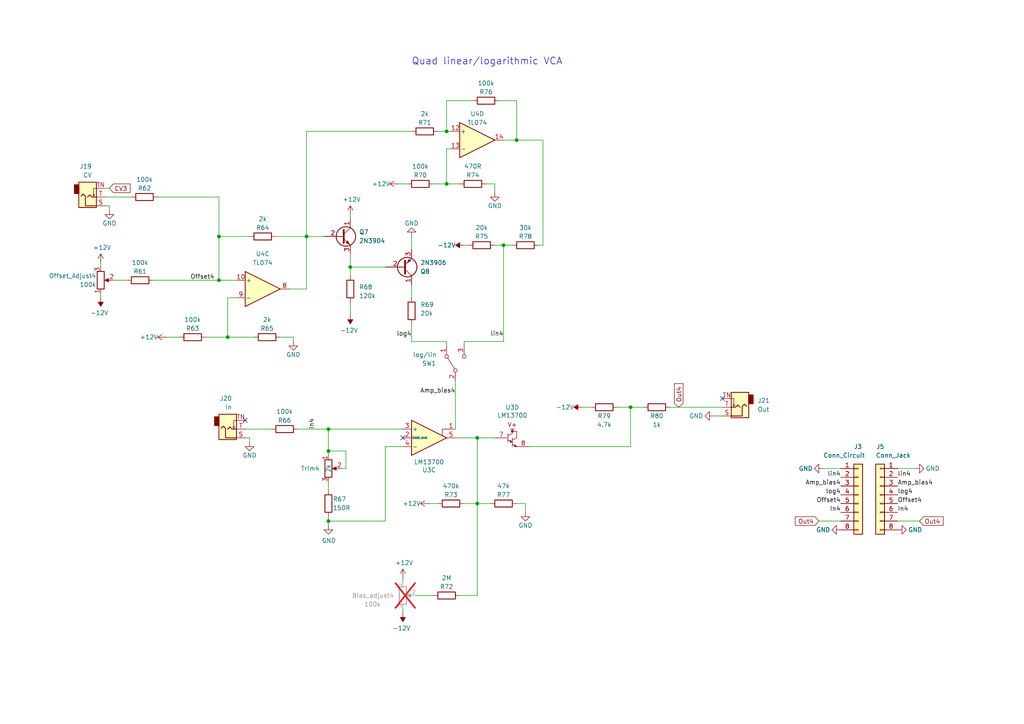
<source format=kicad_sch>
(kicad_sch (version 20231120) (generator "eeschema") (generator_version "8.0")
  (paper "A4")
  (title_block (title "Quad VCA") (date "2025-01-13") (rev "1.0") (company "Bleep Sound"))
  (lib_symbols
    (symbol "Amplifier_Operational:LM13700" (pin_names (offset 0.127))
      (property "Reference" "U" (at 3.81 5.08 0))
      (property "Value" "LM13700" (at 5.08 -5.08 0))
      (symbol "LM13700_1_1"
        (polyline (pts (xy 3.81 -0.635) (xy 3.81 -2.54) (xy 5.08 -2.54)))
        (polyline (pts (xy 5.08 0) (xy -5.08 -5.08) (xy -5.08 5.08) (xy 5.08 0)) (stroke (width 0.254)) (fill (type background)))
        (pin output line (at 7.62 0 180) (length 2.54) (name "~") (number "12"))
        (pin input line (at -7.62 2.54 0) (length 2.54) (name "-") (number "13"))
        (pin input line (at -7.62 -2.54 0) (length 2.54) (name "+") (number "14"))
        (pin input line (at -7.62 0 0) (length 2.54) (name "DIODE_BIAS") (number "15"))
        (pin input line (at 7.62 -2.54 180) (length 2.54) (name "~") (number "16"))
      )
      (symbol "LM13700_2_0"
        (polyline (pts (xy -1.905 2.54) (xy -3.175 2.54)))
      )
      (symbol "LM13700_2_1"
        (circle (center -2.54 1.905) (radius 0.254) (stroke (width 0.254)) (fill (type outline)))
        (polyline (pts (xy -3.81 -0.635) (xy -2.54 -1.27)))
        (polyline (pts (xy -3.81 1.27) (xy -3.81 -1.27)))
        (polyline (pts (xy -2.54 -1.905) (xy -1.27 -2.54)))
        (polyline (pts (xy -2.54 0) (xy -2.54 -2.54)))
        (polyline (pts (xy -3.81 0.635) (xy -2.54 1.27) (xy -2.54 1.905) (xy -2.54 2.54)))
        (polyline (pts (xy -2.54 -1.27) (xy -3.175 -0.635) (xy -3.175 -1.27) (xy -2.54 -1.27)) (fill (type outline)))
        (polyline (pts (xy -2.54 -0.635) (xy -1.27 0) (xy -1.27 1.905) (xy -2.54 1.905)))
        (polyline (pts (xy -1.27 -2.54) (xy -1.905 -1.905) (xy -1.905 -2.54) (xy -1.27 -2.54)) (fill (type outline)))
        (text "V+" (at -2.54 3.81 0) (effects (font (size 1.27 1.27))))
        (pin input line (at -7.62 0 0) (length 3.81) (name "~") (number "10"))
        (pin output line (at 2.54 -2.54 180) (length 3.81) (name "~") (number "9"))
      )
      (symbol "LM13700_3_1"
        (polyline (pts (xy 3.81 -0.635) (xy 3.81 -2.54) (xy 5.08 -2.54)))
        (polyline (pts (xy 5.08 0) (xy -5.08 -5.08) (xy -5.08 5.08) (xy 5.08 0)) (stroke (width 0.254)) (fill (type background)))
        (pin input line (at 7.62 -2.54 180) (length 2.54) (name "~") (number "1"))
        (pin input line (at -7.62 0 0) (length 2.54) (name "DIODE_BIAS") (number "2"))
        (pin input line (at -7.62 -2.54 0) (length 2.54) (name "+") (number "3"))
        (pin input line (at -7.62 2.54 0) (length 2.54) (name "-") (number "4"))
        (pin output line (at 7.62 0 180) (length 2.54) (name "~") (number "5"))
      )
      (symbol "LM13700_4_0"
        (polyline (pts (xy -3.175 2.54) (xy -1.905 2.54)))
        (text "V+" (at -2.54 3.81 0) (effects (font (size 1.27 1.27))))
      )
      (symbol "LM13700_4_1"
        (circle (center -2.54 1.905) (radius 0.254) (stroke (width 0.254)) (fill (type outline)))
        (polyline (pts (xy -3.81 -0.635) (xy -2.54 -1.27)))
        (polyline (pts (xy -3.81 1.27) (xy -3.81 -1.27)))
        (polyline (pts (xy -2.54 -1.905) (xy -1.27 -2.54)))
        (polyline (pts (xy -2.54 0) (xy -2.54 -2.54)))
        (polyline (pts (xy -3.81 0.635) (xy -2.54 1.27) (xy -2.54 2.54)))
        (polyline (pts (xy -2.54 -1.27) (xy -3.175 -0.635) (xy -3.175 -1.27) (xy -2.54 -1.27)) (fill (type outline)))
        (polyline (pts (xy -2.54 -0.635) (xy -1.27 0) (xy -1.27 1.905) (xy -2.54 1.905)))
        (polyline (pts (xy -1.27 -2.54) (xy -1.905 -1.905) (xy -1.905 -2.54) (xy -1.27 -2.54)) (fill (type outline)))
        (pin input line (at -7.62 0 0) (length 3.81) (name "~") (number "7"))
        (pin output line (at 2.54 -2.54 180) (length 3.81) (name "~") (number "8"))
      )
      (symbol "LM13700_5_1"
        (pin power_in line (at -2.54 7.62 270) (length 3.81) (name "V+") (number "11"))
        (pin power_in line (at -2.54 -7.62 90) (length 3.81) (name "V-") (number "6"))
      )
    )
    (symbol "Amplifier_Operational:TL074" (pin_names (offset 0.127))
      (property "Reference" "U" (at 0 5.08 0))
      (property "Value" "TL074" (at 0 -5.08 0))
      (symbol "TL074_1_1"
        (polyline (pts (xy -5.08 5.08) (xy 5.08 0) (xy -5.08 -5.08) (xy -5.08 5.08)) (stroke (width 0.254)) (fill (type background)))
        (pin output line (at 7.62 0 180) (length 2.54) (name "~") (number "1"))
        (pin input line (at -7.62 -2.54 0) (length 2.54) (name "-") (number "2"))
        (pin input line (at -7.62 2.54 0) (length 2.54) (name "+") (number "3"))
      )
      (symbol "TL074_2_1"
        (polyline (pts (xy -5.08 5.08) (xy 5.08 0) (xy -5.08 -5.08) (xy -5.08 5.08)) (stroke (width 0.254)) (fill (type background)))
        (pin input line (at -7.62 2.54 0) (length 2.54) (name "+") (number "5"))
        (pin input line (at -7.62 -2.54 0) (length 2.54) (name "-") (number "6"))
        (pin output line (at 7.62 0 180) (length 2.54) (name "~") (number "7"))
      )
      (symbol "TL074_3_1"
        (polyline (pts (xy -5.08 5.08) (xy 5.08 0) (xy -5.08 -5.08) (xy -5.08 5.08)) (stroke (width 0.254)) (fill (type background)))
        (pin input line (at -7.62 2.54 0) (length 2.54) (name "+") (number "10"))
        (pin output line (at 7.62 0 180) (length 2.54) (name "~") (number "8"))
        (pin input line (at -7.62 -2.54 0) (length 2.54) (name "-") (number "9"))
      )
      (symbol "TL074_4_1"
        (polyline (pts (xy -5.08 5.08) (xy 5.08 0) (xy -5.08 -5.08) (xy -5.08 5.08)) (stroke (width 0.254)) (fill (type background)))
        (pin input line (at -7.62 2.54 0) (length 2.54) (name "+") (number "12"))
        (pin input line (at -7.62 -2.54 0) (length 2.54) (name "-") (number "13"))
        (pin output line (at 7.62 0 180) (length 2.54) (name "~") (number "14"))
      )
      (symbol "TL074_5_1"
        (pin power_in line (at -2.54 -7.62 90) (length 3.81) (name "V-") (number "11"))
        (pin power_in line (at -2.54 7.62 270) (length 3.81) (name "V+") (number "4"))
      )
    )
    (symbol "Connector_Generic:Conn_01x08" (pin_names (offset 1.016) hide)
      (property "Reference" "J" (at 0 10.16 0))
      (property "Value" "Conn_01x08" (at 0 -12.7 0))
      (symbol "Conn_01x08_1_1"
        (rectangle (start -1.27 -10.033) (end 0 -10.287) (stroke (width 0.1524)))
        (rectangle (start -1.27 -7.493) (end 0 -7.747) (stroke (width 0.1524)))
        (rectangle (start -1.27 -4.953) (end 0 -5.207) (stroke (width 0.1524)))
        (rectangle (start -1.27 -2.413) (end 0 -2.667) (stroke (width 0.1524)))
        (rectangle (start -1.27 0.127) (end 0 -0.127) (stroke (width 0.1524)))
        (rectangle (start -1.27 2.667) (end 0 2.413) (stroke (width 0.1524)))
        (rectangle (start -1.27 5.207) (end 0 4.953) (stroke (width 0.1524)))
        (rectangle (start -1.27 7.747) (end 0 7.493) (stroke (width 0.1524)))
        (rectangle (start -1.27 8.89) (end 1.27 -11.43) (stroke (width 0.254)) (fill (type background)))
        (pin passive line (at -5.08 7.62 0) (length 3.81) (name "Pin_1") (number "1"))
        (pin passive line (at -5.08 5.08 0) (length 3.81) (name "Pin_2") (number "2"))
        (pin passive line (at -5.08 2.54 0) (length 3.81) (name "Pin_3") (number "3"))
        (pin passive line (at -5.08 0 0) (length 3.81) (name "Pin_4") (number "4"))
        (pin passive line (at -5.08 -2.54 0) (length 3.81) (name "Pin_5") (number "5"))
        (pin passive line (at -5.08 -5.08 0) (length 3.81) (name "Pin_6") (number "6"))
        (pin passive line (at -5.08 -7.62 0) (length 3.81) (name "Pin_7") (number "7"))
        (pin passive line (at -5.08 -10.16 0) (length 3.81) (name "Pin_8") (number "8"))
      )
    )
    (symbol "Device:R" (pin_numbers hide) (pin_names (offset 0))
      (property "Reference" "R" (at 2.032 0 90))
      (property "Value" "R" (at 0 0 90))
      (symbol "R_0_1"
        (rectangle (start -1.016 -2.54) (end 1.016 2.54) (stroke (width 0.254)))
      )
      (symbol "R_1_1"
        (pin passive line (at 0 3.81 270) (length 1.27) (name "~") (number "1"))
        (pin passive line (at 0 -3.81 90) (length 1.27) (name "~") (number "2"))
      )
    )
    (symbol "Device:R_POT" (pin_names (offset 1.016) hide)
      (property "Reference" "RV" (at -4.445 0 90))
      (property "Value" "Device_R_POT" (at -2.54 0 90))
      (symbol "R_POT_0_1"
        (polyline (pts (xy 2.54 0) (xy 1.524 0)))
        (polyline (pts (xy 1.143 0) (xy 2.286 0.508) (xy 2.286 -0.508) (xy 1.143 0)) (fill (type outline)))
        (rectangle (start 1.016 2.54) (end -1.016 -2.54) (stroke (width 0.254)))
      )
      (symbol "R_POT_1_1"
        (pin passive line (at 0 3.81 270) (length 1.27) (name "1") (number "1"))
        (pin passive line (at 3.81 0 180) (length 1.27) (name "2") (number "2"))
        (pin passive line (at 0 -3.81 90) (length 1.27) (name "3") (number "3"))
      )
    )
    (symbol "Kicad-perso:AudioJack_Switch"
      (property "Reference" "J2" (at 0.508 8.636 0))
      (property "Value" "Out1" (at 0.508 6.35 0))
      (symbol "AudioJack_Switch_0_1"
        (rectangle (start -3.81 2.286) (end -2.54 -0.254) (stroke (width 0.254)) (fill (type outline)))
        (rectangle (start -2.54 3.048) (end 2.54 -4.318) (stroke (width 0.254)) (fill (type background)))
      )
      (symbol "AudioJack_Switch_1_1"
        (polyline (pts (xy 1.778 -1.016) (xy 2.032 -0.508)))
        (polyline (pts (xy 0 -1.27) (xy 0.635 -0.635) (xy 1.27 -1.27) (xy 2.54 -1.27)) (stroke (width 0.254)))
        (polyline (pts (xy 2.54 1.27) (xy 1.778 1.27) (xy 1.778 -1.016) (xy 1.524 -0.508)))
        (polyline (pts (xy 2.54 -3.81) (xy -0.635 -3.81) (xy -0.635 -1.016) (xy -1.27 -0.381) (xy -1.905 -1.016)) (stroke (width 0.254)))
        (pin passive line (at 5.08 -3.81 180) (length 2.54) (name "~") (number "S"))
        (pin passive line (at 5.08 -1.27 180) (length 2.54) (name "~") (number "T"))
        (pin passive line (at 5.08 1.27 180) (length 2.54) (name "~") (number "TN"))
      )
    )
    (symbol "Switch:SW_SPDT" (pin_names (offset 0) hide)
      (property "Reference" "SW" (at 0 4.318 0))
      (property "Value" "SW_SPDT" (at 0 -5.08 0))
      (symbol "SW_SPDT_0_0"
        (circle (center -2.032 0) (radius 0.508))
        (circle (center 2.032 -2.54) (radius 0.508))
      )
      (symbol "SW_SPDT_0_1"
        (polyline (pts (xy -1.524 0.254) (xy 1.651 2.286)))
        (circle (center 2.032 2.54) (radius 0.508))
      )
      (symbol "SW_SPDT_1_1"
        (pin passive line (at 5.08 2.54 180) (length 2.54) (name "A") (number "1"))
        (pin passive line (at -5.08 0 0) (length 2.54) (name "B") (number "2"))
        (pin passive line (at 5.08 -2.54 180) (length 2.54) (name "C") (number "3"))
      )
    )
    (symbol "Transistor_BJT:BC548" (pin_names (offset 0) hide)
      (property "Reference" "Q" (at 5.08 1.905 0))
      (property "Value" "BC548" (at 5.08 0 0))
      (symbol "BC548_0_1"
        (polyline (pts (xy 0 0) (xy 0.635 0)))
        (polyline (pts (xy 0.635 0.635) (xy 2.54 2.54)))
        (polyline (pts (xy 0.635 -0.635) (xy 2.54 -2.54) (xy 2.54 -2.54)))
        (polyline (pts (xy 0.635 1.905) (xy 0.635 -1.905) (xy 0.635 -1.905)) (stroke (width 0.508)))
        (polyline (pts (xy 1.27 -1.778) (xy 1.778 -1.27) (xy 2.286 -2.286) (xy 1.27 -1.778) (xy 1.27 -1.778)) (fill (type outline)))
        (circle (center 1.27 0) (radius 2.8194) (stroke (width 0.254)))
      )
      (symbol "BC548_1_1"
        (pin passive line (at 2.54 5.08 270) (length 2.54) (name "C") (number "1"))
        (pin input line (at -5.08 0 0) (length 5.08) (name "B") (number "2"))
        (pin passive line (at 2.54 -5.08 90) (length 2.54) (name "E") (number "3"))
      )
    )
    (symbol "Transistor_BJT:BC558" (pin_names (offset 0) hide)
      (property "Reference" "Q" (at 5.08 1.905 0))
      (property "Value" "BC558" (at 5.08 0 0))
      (symbol "BC558_0_1"
        (polyline (pts (xy 0.635 0.635) (xy 2.54 2.54)))
        (polyline (pts (xy 0.635 -0.635) (xy 2.54 -2.54) (xy 2.54 -2.54)))
        (polyline (pts (xy 0.635 1.905) (xy 0.635 -1.905) (xy 0.635 -1.905)) (stroke (width 0.508)))
        (polyline (pts (xy 2.286 -1.778) (xy 1.778 -2.286) (xy 1.27 -1.27) (xy 2.286 -1.778) (xy 2.286 -1.778)) (fill (type outline)))
        (circle (center 1.27 0) (radius 2.8194) (stroke (width 0.254)))
      )
      (symbol "BC558_1_1"
        (pin passive line (at 2.54 5.08 270) (length 2.54) (name "C") (number "1"))
        (pin input line (at -5.08 0 0) (length 5.715) (name "B") (number "2"))
        (pin passive line (at 2.54 -5.08 90) (length 2.54) (name "E") (number "3"))
      )
    )
    (symbol "power:+12V" (power) (pin_names (offset 0))
      (property "Value" "+12V" (at 0 3.556 0))
      (symbol "+12V_0_1"
        (polyline (pts (xy -0.762 1.27) (xy 0 2.54)))
        (polyline (pts (xy 0 0) (xy 0 2.54)))
        (polyline (pts (xy 0 2.54) (xy 0.762 1.27)))
      )
      (symbol "+12V_1_1"
        (pin power_in line (at 0 0 90) (length 0) hide (name "+12V") (number "1"))
      )
    )
    (symbol "power:-12V" (power) (pin_names (offset 0))
      (property "Value" "-12V" (at 0 3.81 0))
      (symbol "-12V_0_0"
        (pin power_in line (at 0 0 90) (length 0) hide (name "-12V") (number "1"))
      )
      (symbol "-12V_0_1"
        (polyline (pts (xy 0 0) (xy 0 1.27) (xy 0.762 1.27) (xy 0 2.54) (xy -0.762 1.27) (xy 0 1.27)) (fill (type outline)))
      )
    )
    (symbol "power:GND" (power) (pin_names (offset 0))
      (property "Value" "GND" (at 0 -3.81 0))
      (symbol "GND_0_1"
        (polyline (pts (xy 0 0) (xy 0 -1.27) (xy 1.27 -1.27) (xy 0 -2.54) (xy -1.27 -1.27) (xy 0 -1.27)))
      )
      (symbol "GND_1_1"
        (pin power_in line (at 0 0 270) (length 0) hide (name "GND") (number "1"))
      )
    )
  )
  (junction (at 182.88 118.11))
  (junction (at 138.43 146.05))
  (junction (at 95.25 151.13))
  (junction (at 63.5 68.58))
  (junction (at 95.25 130.81))
  (junction (at 63.5 81.28))
  (junction (at 138.43 127))
  (junction (at 149.86 40.64))
  (junction (at 101.6 77.47))
  (junction (at 66.04 97.79))
  (junction (at 146.05 71.12))
  (junction (at 88.9 68.58))
  (junction (at 95.25 124.46))
  (junction (at 129.54 38.1))
  (junction (at 129.54 53.34))
  (no_connect (at 209.55 115.57))
  (no_connect (at 116.84 127))
  (no_connect (at 71.12 121.92))
  (wire (pts (xy 68.58 86.36) (xy 66.04 86.36)))
  (wire (pts (xy 157.48 40.64) (xy 157.48 71.12)))
  (wire (pts (xy 72.39 127) (xy 72.39 128.27)))
  (wire (pts (xy 129.54 53.34) (xy 133.35 53.34)))
  (wire (pts (xy 30.48 54.61) (xy 31.75 54.61)))
  (wire (pts (xy 100.33 135.89) (xy 99.06 135.89)))
  (wire (pts (xy 85.09 97.79) (xy 81.28 97.79)))
  (wire (pts (xy 119.38 93.98) (xy 119.38 99.06)))
  (wire (pts (xy 157.48 71.12) (xy 156.21 71.12)))
  (wire (pts (xy 93.98 68.58) (xy 88.9 68.58)))
  (wire (pts (xy 168.91 118.11) (xy 171.45 118.11)))
  (wire (pts (xy 134.62 71.12) (xy 135.89 71.12)))
  (wire (pts (xy 129.54 38.1) (xy 130.81 38.1)))
  (wire (pts (xy 138.43 127) (xy 138.43 146.05)))
  (wire (pts (xy 143.51 53.34) (xy 143.51 55.88)))
  (wire (pts (xy 132.08 124.46) (xy 132.08 110.49)))
  (wire (pts (xy 66.04 97.79) (xy 73.66 97.79)))
  (wire (pts (xy 119.38 82.55) (xy 119.38 86.36)))
  (wire (pts (xy 182.88 129.54) (xy 153.67 129.54)))
  (wire (pts (xy 130.81 43.18) (xy 129.54 43.18)))
  (wire (pts (xy 116.84 167.64) (xy 116.84 168.91)))
  (wire (pts (xy 129.54 43.18) (xy 129.54 53.34)))
  (wire (pts (xy 48.26 97.79) (xy 52.07 97.79)))
  (wire (pts (xy 157.48 40.64) (xy 149.86 40.64)))
  (wire (pts (xy 63.5 68.58) (xy 63.5 57.15)))
  (wire (pts (xy 101.6 87.63) (xy 101.6 91.44)))
  (wire (pts (xy 31.75 59.69) (xy 31.75 60.96)))
  (wire (pts (xy 138.43 172.72) (xy 138.43 146.05)))
  (wire (pts (xy 71.12 124.46) (xy 78.74 124.46)))
  (wire (pts (xy 116.84 129.54) (xy 111.76 129.54)))
  (wire (pts (xy 149.86 146.05) (xy 152.4 146.05)))
  (wire (pts (xy 237.49 151.13) (xy 243.84 151.13)))
  (wire (pts (xy 88.9 38.1) (xy 119.38 38.1)))
  (wire (pts (xy 85.09 99.06) (xy 85.09 97.79)))
  (wire (pts (xy 95.25 152.4) (xy 95.25 151.13)))
  (wire (pts (xy 86.36 124.46) (xy 95.25 124.46)))
  (wire (pts (xy 30.48 57.15) (xy 38.1 57.15)))
  (wire (pts (xy 63.5 68.58) (xy 72.39 68.58)))
  (wire (pts (xy 111.76 129.54) (xy 111.76 151.13)))
  (wire (pts (xy 129.54 29.21) (xy 137.16 29.21)))
  (wire (pts (xy 129.54 99.06) (xy 129.54 100.33)))
  (wire (pts (xy 209.55 120.65) (xy 207.01 120.65)))
  (wire (pts (xy 66.04 86.36) (xy 66.04 97.79)))
  (wire (pts (xy 182.88 118.11) (xy 186.69 118.11)))
  (wire (pts (xy 133.35 172.72) (xy 138.43 172.72)))
  (wire (pts (xy 134.62 99.06) (xy 134.62 100.33)))
  (wire (pts (xy 101.6 77.47) (xy 101.6 80.01)))
  (wire (pts (xy 146.05 71.12) (xy 143.51 71.12)))
  (wire (pts (xy 29.21 76.2) (xy 29.21 77.47)))
  (wire (pts (xy 101.6 77.47) (xy 111.76 77.47)))
  (wire (pts (xy 194.31 118.11) (xy 209.55 118.11)))
  (wire (pts (xy 63.5 81.28) (xy 63.5 68.58)))
  (wire (pts (xy 119.38 68.58) (xy 119.38 72.39)))
  (wire (pts (xy 146.05 40.64) (xy 149.86 40.64)))
  (wire (pts (xy 115.57 53.34) (xy 118.11 53.34)))
  (wire (pts (xy 125.73 53.34) (xy 129.54 53.34)))
  (wire (pts (xy 138.43 127) (xy 143.51 127)))
  (wire (pts (xy 31.75 59.69) (xy 30.48 59.69)))
  (wire (pts (xy 146.05 99.06) (xy 146.05 71.12)))
  (wire (pts (xy 182.88 118.11) (xy 182.88 129.54)))
  (wire (pts (xy 101.6 62.23) (xy 101.6 63.5)))
  (wire (pts (xy 95.25 151.13) (xy 95.25 149.86)))
  (wire (pts (xy 129.54 99.06) (xy 119.38 99.06)))
  (wire (pts (xy 138.43 146.05) (xy 142.24 146.05)))
  (wire (pts (xy 238.76 135.89) (xy 243.84 135.89)))
  (wire (pts (xy 265.43 135.89) (xy 260.35 135.89)))
  (wire (pts (xy 101.6 73.66) (xy 101.6 77.47)))
  (wire (pts (xy 116.84 177.8) (xy 116.84 176.53)))
  (wire (pts (xy 33.02 81.28) (xy 36.83 81.28)))
  (wire (pts (xy 146.05 71.12) (xy 148.59 71.12)))
  (wire (pts (xy 66.04 97.79) (xy 59.69 97.79)))
  (wire (pts (xy 266.7 151.13) (xy 260.35 151.13)))
  (wire (pts (xy 179.07 118.11) (xy 182.88 118.11)))
  (wire (pts (xy 44.45 81.28) (xy 63.5 81.28)))
  (wire (pts (xy 132.08 127) (xy 138.43 127)))
  (wire (pts (xy 95.25 124.46) (xy 95.25 130.81)))
  (wire (pts (xy 152.4 146.05) (xy 152.4 148.59)))
  (wire (pts (xy 124.46 146.05) (xy 127 146.05)))
  (wire (pts (xy 116.84 124.46) (xy 95.25 124.46)))
  (wire (pts (xy 149.86 29.21) (xy 144.78 29.21)))
  (wire (pts (xy 80.01 68.58) (xy 88.9 68.58)))
  (wire (pts (xy 140.97 53.34) (xy 143.51 53.34)))
  (wire (pts (xy 134.62 146.05) (xy 138.43 146.05)))
  (wire (pts (xy 100.33 130.81) (xy 100.33 135.89)))
  (wire (pts (xy 88.9 83.82) (xy 83.82 83.82)))
  (wire (pts (xy 88.9 68.58) (xy 88.9 83.82)))
  (wire (pts (xy 134.62 99.06) (xy 146.05 99.06)))
  (wire (pts (xy 45.72 57.15) (xy 63.5 57.15)))
  (wire (pts (xy 88.9 68.58) (xy 88.9 38.1)))
  (wire (pts (xy 72.39 127) (xy 71.12 127)))
  (wire (pts (xy 129.54 38.1) (xy 129.54 29.21)))
  (wire (pts (xy 95.25 139.7) (xy 95.25 142.24)))
  (wire (pts (xy 29.21 86.36) (xy 29.21 85.09)))
  (wire (pts (xy 63.5 81.28) (xy 68.58 81.28)))
  (wire (pts (xy 111.76 151.13) (xy 95.25 151.13)))
  (wire (pts (xy 127 38.1) (xy 129.54 38.1)))
  (wire (pts (xy 149.86 40.64) (xy 149.86 29.21)))
  (wire (pts (xy 120.65 172.72) (xy 125.73 172.72)))
  (wire (pts (xy 95.25 130.81) (xy 95.25 132.08)))
  (wire (pts (xy 95.25 130.81) (xy 100.33 130.81)))
  (text "Quad linear/logarithmic VCA" (at 119.38 19.05 0) (effects (font (size 2 2)) (justify left bottom)))
  (label "In4" (at 243.84 148.59 180))
  (label "lin4" (at 146.05 97.79 180))
  (label "log4" (at 243.84 143.51 180))
  (label "Amp_bias4" (at 132.08 114.3 180))
  (label "lin4" (at 260.35 138.43 0))
  (label "lin4" (at 243.84 138.43 180))
  (label "log4" (at 119.38 97.79 180))
  (label "Amp_bias4" (at 260.35 140.97 0))
  (label "Offset4" (at 62.23 81.28 180))
  (label "Offset4" (at 243.84 146.05 180))
  (label "Amp_bias4" (at 243.84 140.97 180))
  (label "Offset4" (at 260.35 146.05 0))
  (label "In4" (at 260.35 148.59 0))
  (label "In4" (at 91.44 124.46 90))
  (label "log4" (at 260.35 143.51 0))
  (global_label "CV3" (shape input) (at 31.75 54.61 0) (property "Intersheetrefs" "${INTERSHEET_REFS}" (effects (hide yes))))
  (global_label "Out4" (shape input) (at 237.49 151.13 180) (property "Intersheetrefs" "${INTERSHEET_REFS}" (effects (hide yes))))
  (global_label "Out4" (shape input) (at 266.7 151.13 0) (property "Intersheetrefs" "${INTERSHEET_REFS}" (effects (hide yes))))
  (global_label "Out4" (shape input) (at 196.85 118.11 90) (property "Intersheetrefs" "${INTERSHEET_REFS}" (effects (hide yes))))
  (symbol (lib_id "power:GND") (at 95.25 152.4 0) (unit 1)
    (property "Reference" "#PWR090" (effects (hide yes)))
    (property "Value" "GND" (at 95.377 156.7942 0))
  )
  (symbol (lib_id "power:+12V") (at 48.26 97.79 90) (unit 1)
    (property "Reference" "#PWR087" (effects (hide yes)))
    (property "Value" "+12V" (at 43.18 97.79 90))
  )
  (symbol (lib_id "Amplifier_Operational:TL074") (at 138.43 40.64 0) (unit 4)
    (property "Reference" "U4" (at 138.43 33.02 0))
    (property "Value" "TL074" (at 138.43 35.56 0))
    (property "Footprint" "Package_DIP:DIP-14_W7.62mm_Socket" (effects (hide yes)))
    (property "Datasheet" "http://www.ti.com/lit/ds/symlink/tl071.pdf" (effects (hide yes)))
    (property "Description" "Quad Op-Amp" (effects (hide yes)))
    (property "manf" "Texas Instrument" (effects (hide yes)))
    (property "manf#" "TL074CN" (effects (hide yes)))
    (property "Links" "https://www.thonk.co.uk/shop/eurorack-diy-essentials/" (effects (hide yes)))
  )
  (symbol (lib_id "power:+12V") (at 115.57 53.34 90) (unit 1)
    (property "Reference" "#PWR093" (effects (hide yes)))
    (property "Value" "+12V" (at 110.49 53.34 90))
  )
  (symbol (lib_id "power:GND") (at 72.39 128.27 0) (unit 1)
    (property "Reference" "#PWR088" (effects (hide yes)))
    (property "Value" "GND" (at 72.39 132.08 0))
  )
  (symbol (lib_id "power:GND") (at 243.84 153.67 270) (unit 1)
    (property "Reference" "#PWR0104" (effects (hide yes)))
    (property "Value" "GND" (at 238.76 153.67 90))
  )
  (symbol (lib_id "Device:R") (at 139.7 71.12 270) (unit 1)
    (property "Reference" "R75" (at 139.7 68.58 90))
    (property "Value" "20k" (at 139.7 66.04 90))
    (property "Footprint" "Resistor_THT:R_Axial_DIN0207_L6.3mm_D2.5mm_P7.62mm_Horizontal" (effects (hide yes)))
    (property "Description" "2.5mm*6.8mm 1/4W 1% Metal film resistor" (effects (hide yes)))
    (property "Links" "https://www.taydaelectronics.com/resistors/1-4w-metal-film-resistors/test-group-2.html" (effects (hide yes)))
  )
  (symbol (lib_id "Device:R_POT") (at 29.21 81.28 0) (mirror x) (unit 1)
    (property "Reference" "Offset_Adjust4" (at 27.94 80.01 0) (effects (justify right)))
    (property "Value" "100k" (at 27.94 82.55 0) (effects (justify right)))
    (property "Footprint" "Kicad-perso:Pot-bourns-alpha" (effects (hide yes)))
    (property "Description" "Alpha/bourns vertical potentiometer" (effects (hide yes)))
    (property "Links" "https://www.thonk.co.uk/shop/alpha-9mm-pots/" (effects (hide yes)))
  )
  (symbol (lib_id "Connector_Generic:Conn_01x08") (at 248.92 143.51 0) (unit 1)
    (property "Reference" "J3" (at 247.65 129.54 0) (effects (justify left)))
    (property "Value" "Conn_Circuit" (at 238.76 132.08 0) (effects (justify left)))
    (property "Footprint" "Connector_PinSocket_2.54mm:PinSocket_1x08_P2.54mm_Vertical" (effects (hide yes)))
    (property "Description" "2.54mm pitch pin socket vertical 1x8pos" (effects (hide yes)))
    (instances (project "Basic-ADSR" (path "" (reference "J3") (unit 1))) (project "Basic_VCA" (path "" (reference "J22") (unit 1))))
  )
  (symbol (lib_id "power:-12V") (at 101.6 91.44 180) (unit 1)
    (property "Reference" "#PWR092" (effects (hide yes)))
    (property "Value" "-12V" (at 101.219 95.8342 0))
  )
  (symbol (lib_id "power:GND") (at 85.09 99.06 0) (unit 1)
    (property "Reference" "#PWR089" (effects (hide yes)))
    (property "Value" "GND" (at 85.09 102.87 0))
  )
  (symbol (lib_id "Device:R") (at 190.5 118.11 270) (mirror x) (unit 1)
    (property "Reference" "R80" (at 190.5 120.65 90))
    (property "Value" "1k" (at 190.5 123.19 90))
    (property "Footprint" "Resistor_THT:R_Axial_DIN0207_L6.3mm_D2.5mm_P7.62mm_Horizontal" (effects (hide yes)))
    (property "Description" "2.5mm*6.8mm 1/4W 1% Metal film resistor" (effects (hide yes)))
    (property "Links" "https://www.taydaelectronics.com/resistors/1-4w-metal-film-resistors/test-group-2.html" (effects (hide yes)))
  )
  (symbol (lib_id "power:GND") (at 260.35 153.67 90) (unit 1)
    (property "Reference" "#PWR0105" (effects (hide yes)))
    (property "Value" "GND" (at 265.43 153.67 90))
  )
  (symbol (lib_id "Transistor_BJT:BC548") (at 99.06 68.58 0) (unit 1)
    (property "Reference" "Q7" (at 104.14 67.31 0) (effects (justify left)))
    (property "Value" "2N3904" (at 104.14 69.85 0) (effects (justify left)))
    (property "Footprint" "Package_TO_SOT_THT:TO-92_Inline" (effects (hide yes)))
    (property "Datasheet" "https://www.onsemi.com/pub/Collateral/BC550-D.pdf" (effects (hide yes)))
    (property "Description" "2N3904 NPN General Purpose Transistor" (effects (hide yes)))
    (property "Links" "https://www.taydaelectronics.com/2n3904-npn-general-propose-transistor.html" (effects (hide yes)))
  )
  (symbol (lib_id "Device:R") (at 121.92 53.34 270) (unit 1)
    (property "Reference" "R70" (at 121.92 50.8 90))
    (property "Value" "100k" (at 121.92 48.26 90))
    (property "Footprint" "Resistor_THT:R_Axial_DIN0207_L6.3mm_D2.5mm_P7.62mm_Horizontal" (effects (hide yes)))
    (property "Description" "2.5mm*6.8mm 1/4W 1% Metal film resistor" (effects (hide yes)))
    (property "Links" "https://www.taydaelectronics.com/resistors/1-4w-metal-film-resistors/test-group-2.html" (effects (hide yes)))
  )
  (symbol (lib_id "Device:R") (at 55.88 97.79 270) (unit 1)
    (property "Reference" "R63" (at 55.88 95.25 90))
    (property "Value" "100k" (at 55.88 92.71 90))
    (property "Footprint" "Resistor_THT:R_Axial_DIN0207_L6.3mm_D2.5mm_P7.62mm_Horizontal" (effects (hide yes)))
    (property "Description" "2.5mm*6.8mm 1/4W 1% Metal film resistor" (effects (hide yes)))
    (property "Links" "https://www.taydaelectronics.com/resistors/1-4w-metal-film-resistors/test-group-2.html" (effects (hide yes)))
  )
  (symbol (lib_id "power:GND") (at 207.01 120.65 270) (unit 1)
    (property "Reference" "#PWR0102" (effects (hide yes)))
    (property "Value" "GND" (at 201.93 120.65 90))
  )
  (symbol (lib_id "power:+12V") (at 101.6 62.23 0) (unit 1)
    (property "Reference" "#PWR091" (effects (hide yes)))
    (property "Value" "+12V" (at 101.981 57.8358 0))
  )
  (symbol (lib_id "Device:R") (at 82.55 124.46 270) (unit 1)
    (property "Reference" "R66" (at 82.55 121.92 90))
    (property "Value" "100k" (at 82.55 119.38 90))
    (property "Footprint" "Resistor_THT:R_Axial_DIN0207_L6.3mm_D2.5mm_P7.62mm_Horizontal" (effects (hide yes)))
    (property "Description" "2.5mm*6.8mm 1/4W 1% Metal film resistor" (effects (hide yes)))
    (property "Links" "https://www.taydaelectronics.com/resistors/1-4w-metal-film-resistors/test-group-2.html" (effects (hide yes)))
  )
  (symbol (lib_id "Device:R") (at 41.91 57.15 270) (unit 1)
    (property "Reference" "R62" (at 41.91 54.61 90))
    (property "Value" "100k" (at 41.91 52.07 90))
    (property "Footprint" "Resistor_THT:R_Axial_DIN0207_L6.3mm_D2.5mm_P7.62mm_Horizontal" (effects (hide yes)))
    (property "Description" "2.5mm*6.8mm 1/4W 1% Metal film resistor" (effects (hide yes)))
    (property "Links" "https://www.taydaelectronics.com/resistors/1-4w-metal-film-resistors/test-group-2.html" (effects (hide yes)))
  )
  (symbol (lib_id "Device:R") (at 77.47 97.79 270) (unit 1)
    (property "Reference" "R65" (at 77.47 95.25 90))
    (property "Value" "2k" (at 77.47 92.71 90))
    (property "Footprint" "Resistor_THT:R_Axial_DIN0207_L6.3mm_D2.5mm_P7.62mm_Horizontal" (effects (hide yes)))
    (property "Description" "2.5mm*6.8mm 1/4W 1% Metal film resistor" (effects (hide yes)))
    (property "Links" "https://www.taydaelectronics.com/resistors/1-4w-metal-film-resistors/test-group-2.html" (effects (hide yes)))
  )
  (symbol (lib_id "Kicad-perso:AudioJack_Switch") (at 25.4 55.88 0) (unit 1)
    (property "Reference" "J19" (at 26.67 48.26 0) (effects (justify right)))
    (property "Value" "CV" (at 26.67 50.8 0) (effects (justify right)))
    (property "Footprint" "Kicad-perso:Thonkiconn" (effects (hide yes)))
    (property "Description" "Thonkiconn jack" (effects (hide yes)))
    (property "Links" "https://www.thonk.co.uk/shop/thonkiconn/" (effects (hide yes)))
  )
  (symbol (lib_id "Amplifier_Operational:LM13700") (at 124.46 127 0) (mirror x) (unit 3)
    (property "Reference" "U3" (at 124.46 136.3218 0))
    (property "Value" "LM13700" (at 124.46 134.0104 0))
    (property "Footprint" "Package_SO:SOIC-16_3.9x9.9mm_P1.27mm" (effects (hide yes)))
    (property "Datasheet" "http://www.ti.com/lit/ds/symlink/lm13700.pdf" (effects (hide yes)))
    (property "Description" "Dual Transconductance Amplifiers" (effects (hide yes)))
    (property "manf" "Texas Instrument" (effects (hide yes)))
    (property "manf#" "LM13700MX/NOPB" (effects (hide yes)))
    (property "Links" "https://eu.mouser.com/c/semiconductors/amplifier-ics/transconductance-amplifiers/?series=LM13700" (effects (hide yes)))
  )
  (symbol (lib_id "Device:R") (at 137.16 53.34 270) (unit 1)
    (property "Reference" "R74" (at 137.16 50.8 90))
    (property "Value" "470R" (at 137.16 48.26 90))
    (property "Footprint" "Resistor_THT:R_Axial_DIN0207_L6.3mm_D2.5mm_P7.62mm_Horizontal" (effects (hide yes)))
    (property "Description" "2.5mm*6.8mm 1/4W 1% Metal film resistor" (effects (hide yes)))
    (property "Links" "https://www.taydaelectronics.com/resistors/1-4w-metal-film-resistors/test-group-2.html" (effects (hide yes)))
  )
  (symbol (lib_id "Device:R") (at 146.05 146.05 270) (unit 1)
    (property "Reference" "R77" (at 146.05 143.51 90))
    (property "Value" "47k" (at 146.05 140.97 90))
    (property "Footprint" "Resistor_THT:R_Axial_DIN0207_L6.3mm_D2.5mm_P7.62mm_Horizontal" (effects (hide yes)))
    (property "Description" "2.5mm*6.8mm 1/4W 1% Metal film resistor" (effects (hide yes)))
    (property "Links" "https://www.taydaelectronics.com/resistors/1-4w-metal-film-resistors/test-group-2.html" (effects (hide yes)))
  )
  (symbol (lib_id "Device:R") (at 130.81 146.05 270) (unit 1)
    (property "Reference" "R73" (at 130.81 143.51 90))
    (property "Value" "470k" (at 130.81 140.97 90))
    (property "Footprint" "Resistor_THT:R_Axial_DIN0207_L6.3mm_D2.5mm_P7.62mm_Horizontal" (effects (hide yes)))
    (property "Description" "2.5mm*6.8mm 1/4W 1% Metal film resistor" (effects (hide yes)))
    (property "Links" "https://www.taydaelectronics.com/resistors/1-4w-metal-film-resistors/test-group-2.html" (effects (hide yes)))
  )
  (symbol (lib_id "power:GND") (at 265.43 135.89 90) (unit 1)
    (property "Reference" "#PWR0106" (effects (hide yes)))
    (property "Value" "GND" (at 270.51 135.89 90))
  )
  (symbol (lib_id "Kicad-perso:AudioJack_Switch") (at 214.63 116.84 0) (mirror y) (unit 1)
    (property "Reference" "J21" (at 219.71 116.205 0) (effects (justify right)))
    (property "Value" "Out" (at 219.71 118.745 0) (effects (justify right)))
    (property "Footprint" "Kicad-perso:Thonkiconn" (effects (hide yes)))
    (property "Description" "Thonkiconn jack" (effects (hide yes)))
    (property "Links" "https://www.thonk.co.uk/shop/thonkiconn/" (effects (hide yes)))
  )
  (symbol (lib_id "power:-12V") (at 134.62 71.12 90) (unit 1)
    (property "Reference" "#PWR098" (effects (hide yes)))
    (property "Value" "-12V" (at 129.54 71.12 90))
  )
  (symbol (lib_id "Device:R") (at 40.64 81.28 270) (unit 1)
    (property "Reference" "R61" (at 40.64 78.74 90))
    (property "Value" "100k" (at 40.64 76.2 90))
    (property "Footprint" "Resistor_THT:R_Axial_DIN0207_L6.3mm_D2.5mm_P7.62mm_Horizontal" (effects (hide yes)))
    (property "Description" "2.5mm*6.8mm 1/4W 1% Metal film resistor" (effects (hide yes)))
    (property "Links" "https://www.taydaelectronics.com/resistors/1-4w-metal-film-resistors/test-group-2.html" (effects (hide yes)))
  )
  (symbol (lib_id "Device:R") (at 119.38 90.17 0) (unit 1)
    (property "Reference" "R69" (at 121.92 87.63 0) (effects (justify left top)))
    (property "Value" "20k" (at 121.92 90.17 0) (effects (justify left top)))
    (property "Footprint" "Resistor_THT:R_Axial_DIN0207_L6.3mm_D2.5mm_P7.62mm_Horizontal" (effects (hide yes)))
    (property "Description" "2.5mm*6.8mm 1/4W 1% Metal film resistor" (effects (hide yes)))
    (property "Links" "https://www.taydaelectronics.com/resistors/1-4w-metal-film-resistors/test-group-2.html" (effects (hide yes)))
  )
  (symbol (lib_id "Device:R") (at 175.26 118.11 270) (mirror x) (unit 1)
    (property "Reference" "R79" (at 175.26 120.65 90))
    (property "Value" "4.7k" (at 175.26 123.19 90))
    (property "Footprint" "Resistor_THT:R_Axial_DIN0207_L6.3mm_D2.5mm_P7.62mm_Horizontal" (effects (hide yes)))
    (property "Description" "2.5mm*6.8mm 1/4W 1% Metal film resistor" (effects (hide yes)))
    (property "Links" "https://www.taydaelectronics.com/resistors/1-4w-metal-film-resistors/test-group-2.html" (effects (hide yes)))
  )
  (symbol (lib_id "power:GND") (at 31.75 60.96 0) (unit 1)
    (property "Reference" "#PWR086" (effects (hide yes)))
    (property "Value" "GND" (at 31.75 64.77 0))
  )
  (symbol (lib_id "power:GND") (at 152.4 148.59 0) (unit 1)
    (property "Reference" "#PWR0100" (effects (hide yes)))
    (property "Value" "GND" (at 152.4 152.4 0))
  )
  (symbol (lib_id "Device:R") (at 76.2 68.58 270) (unit 1)
    (property "Reference" "R64" (at 76.2 66.04 90))
    (property "Value" "2k" (at 76.2 63.5 90))
    (property "Footprint" "Resistor_THT:R_Axial_DIN0207_L6.3mm_D2.5mm_P7.62mm_Horizontal" (effects (hide yes)))
    (property "Description" "2.5mm*6.8mm 1/4W 1% Metal film resistor" (effects (hide yes)))
    (property "Links" "https://www.taydaelectronics.com/resistors/1-4w-metal-film-resistors/test-group-2.html" (effects (hide yes)))
  )
  (symbol (lib_id "power:-12V") (at 168.91 118.11 90) (unit 1)
    (property "Reference" "#PWR0101" (effects (hide yes)))
    (property "Value" "-12V" (at 163.83 118.11 90))
  )
  (symbol (lib_id "Device:R_POT") (at 95.25 135.89 0) (unit 1)
    (property "Reference" "Trim4" (at 92.71 135.89 0) (effects (justify right)))
    (property "Value" "2k" (at 95.25 134.62 90) (effects (justify right)))
    (property "Footprint" "Potentiometer_THT:Potentiometer_Bourns_3386C_Horizontal" (effects (hide yes)))
    (property "Description" "Trimmer potentiometer, 25 turn series 3296W" (effects (hide yes)))
    (property "Links" "https://www.thonk.co.uk/shop/25-turn-trimmer-potentiometer/" (effects (hide yes)))
  )
  (symbol (lib_id "power:+12V") (at 29.21 76.2 0) (unit 1)
    (property "Reference" "#PWR084" (effects (hide yes)))
    (property "Value" "+12V" (at 29.591 71.8058 0))
  )
  (symbol (lib_id "Kicad-perso:AudioJack_Switch") (at 66.04 123.19 0) (unit 1)
    (property "Reference" "J20" (at 67.31 115.57 0) (effects (justify right)))
    (property "Value" "In" (at 67.31 118.11 0) (effects (justify right)))
    (property "Footprint" "Kicad-perso:Thonkiconn" (effects (hide yes)))
    (property "Description" "Thonkiconn jack" (effects (hide yes)))
    (property "Links" "https://www.thonk.co.uk/shop/thonkiconn/" (effects (hide yes)))
  )
  (symbol (lib_id "power:GND") (at 238.76 135.89 270) (unit 1)
    (property "Reference" "#PWR0103" (effects (hide yes)))
    (property "Value" "GND" (at 233.68 135.89 90))
  )
  (symbol (lib_id "power:-12V") (at 116.84 177.8 180) (unit 1)
    (property "Reference" "#PWR095" (effects (hide yes)))
    (property "Value" "-12V" (at 116.459 182.1942 0))
  )
  (symbol (lib_id "power:+12V") (at 124.46 146.05 90) (unit 1)
    (property "Reference" "#PWR097" (effects (hide yes)))
    (property "Value" "+12V" (at 119.38 146.05 90))
  )
  (symbol (lib_id "Device:R") (at 129.54 172.72 270) (unit 1)
    (property "Reference" "R72" (at 129.54 170.18 90))
    (property "Value" "2M" (at 129.54 167.64 90))
    (property "Footprint" "Resistor_THT:R_Axial_DIN0207_L6.3mm_D2.5mm_P7.62mm_Horizontal" (effects (hide yes)))
    (property "Description" "2.5mm*6.8mm 1/4W 1% Metal film resistor" (effects (hide yes)))
    (property "Links" "https://www.taydaelectronics.com/resistors/1-4w-metal-film-resistors/test-group-2.html" (effects (hide yes)))
  )
  (symbol (lib_id "power:GND") (at 143.51 55.88 0) (unit 1)
    (property "Reference" "#PWR099" (effects (hide yes)))
    (property "Value" "GND" (at 143.51 59.69 0))
  )
  (symbol (lib_id "Amplifier_Operational:LM13700") (at 151.13 127 0) (unit 4)
    (property "Reference" "U3" (at 148.59 118.1608 0))
    (property "Value" "LM13700" (at 148.59 120.4722 0))
    (property "Footprint" "Package_SO:SOIC-16_3.9x9.9mm_P1.27mm" (effects (hide yes)))
    (property "Datasheet" "http://www.ti.com/lit/ds/symlink/lm13700.pdf" (effects (hide yes)))
    (property "Description" "Dual Transconductance Amplifiers" (effects (hide yes)))
    (property "manf" "Texas Instrument" (effects (hide yes)))
    (property "manf#" "LM13700MX/NOPB" (effects (hide yes)))
    (property "Links" "https://eu.mouser.com/c/semiconductors/amplifier-ics/transconductance-amplifiers/?series=LM13700" (effects (hide yes)))
  )
  (symbol (lib_id "power:-12V") (at 29.21 86.36 180) (unit 1)
    (property "Reference" "#PWR085" (effects (hide yes)))
    (property "Value" "-12V" (at 28.829 90.7542 0))
  )
  (symbol (lib_id "Device:R") (at 152.4 71.12 270) (unit 1)
    (property "Reference" "R78" (at 152.4 68.58 90))
    (property "Value" "30k" (at 152.4 66.04 90))
    (property "Footprint" "Resistor_THT:R_Axial_DIN0207_L6.3mm_D2.5mm_P7.62mm_Horizontal" (effects (hide yes)))
    (property "Description" "2.5mm*6.8mm 1/4W 1% Metal film resistor" (effects (hide yes)))
    (property "Links" "https://www.taydaelectronics.com/resistors/1-4w-metal-film-resistors/test-group-2.html" (effects (hide yes)))
  )
  (symbol (lib_id "Device:R") (at 140.97 29.21 270) (unit 1)
    (property "Reference" "R76" (at 140.97 26.67 90))
    (property "Value" "100k" (at 140.97 24.13 90))
    (property "Footprint" "Resistor_THT:R_Axial_DIN0207_L6.3mm_D2.5mm_P7.62mm_Horizontal" (effects (hide yes)))
    (property "Description" "2.5mm*6.8mm 1/4W 1% Metal film resistor" (effects (hide yes)))
    (property "Links" "https://www.taydaelectronics.com/resistors/1-4w-metal-film-resistors/test-group-2.html" (effects (hide yes)))
  )
  (symbol (lib_id "Device:R_POT") (at 116.84 172.72 0) (unit 1) (dnp yes)
    (property "Reference" "Bias_adjust4" (at 114.3 172.72 0) (effects (justify right)))
    (property "Value" "100k" (at 110.49 175.26 0) (effects (justify right)))
    (property "Footprint" "Potentiometer_THT:Potentiometer_Bourns_3386C_Horizontal" (effects (hide yes)))
    (property "Description" "Trimmer potentiometer, 25 turn series 3296W" (effects (hide yes)))
    (property "Links" "https://www.thonk.co.uk/shop/25-turn-trimmer-potentiometer/" (effects (hide yes)))
  )
  (symbol (lib_id "Switch:SW_SPDT") (at 132.08 105.41 90) (unit 1)
    (property "Reference" "SW1" (at 124.46 105.41 90))
    (property "Value" "log/lin" (at 123.19 102.87 90))
    (property "Footprint" "Kicad-perso:SW_Toggle_Blue_wSlots" (effects (hide yes)))
    (property "Datasheet" "https://www.taydaelectronics.com/mini-toggle-switch-spdt-on-on.html" (effects (hide yes)))
    (property "Description" "SPDT ON-ON toggle switch" (effects (hide yes)))
    (property "Links" "https://www.thonk.co.uk/shop/mini-toggle-switches/" (effects (hide yes)))
    (instances (project "Basic-ADSR" (path "" (reference "SW1") (unit 1))) (project "Basic_VCA" (path "" (reference "SW4") (unit 1))))
  )
  (symbol (lib_id "Device:R") (at 123.19 38.1 270) (unit 1)
    (property "Reference" "R71" (at 123.19 35.56 90))
    (property "Value" "2k" (at 123.19 33.02 90))
    (property "Footprint" "Resistor_THT:R_Axial_DIN0207_L6.3mm_D2.5mm_P7.62mm_Horizontal" (effects (hide yes)))
    (property "Description" "2.5mm*6.8mm 1/4W 1% Metal film resistor" (effects (hide yes)))
    (property "Links" "https://www.taydaelectronics.com/resistors/1-4w-metal-film-resistors/test-group-2.html" (effects (hide yes)))
  )
  (symbol (lib_id "Transistor_BJT:BC558") (at 116.84 77.47 0) (mirror x) (unit 1)
    (property "Reference" "Q8" (at 121.92 78.7401 0) (effects (justify left)))
    (property "Value" "2N3906" (at 121.92 76.2001 0) (effects (justify left)))
    (property "Footprint" "Package_TO_SOT_THT:TO-92_Inline" (effects (hide yes)))
    (property "Datasheet" "https://www.onsemi.com/pub/Collateral/BC556BTA-D.pdf" (effects (hide yes)))
    (property "Description" "2N3906 PNP General Purpose Transistor" (effects (hide yes)))
    (property "Links" "https://www.taydaelectronics.com/2n3906-general-propose-pnp-transistor.html" (effects (hide yes)))
  )
  (symbol (lib_id "power:+12V") (at 116.84 167.64 0) (unit 1)
    (property "Reference" "#PWR094" (effects (hide yes)))
    (property "Value" "+12V" (at 117.221 163.2458 0))
  )
  (symbol (lib_id "Device:R") (at 101.6 83.82 0) (unit 1)
    (property "Reference" "R68" (at 104.14 82.55 0) (effects (justify left top)))
    (property "Value" "120k" (at 104.14 85.09 0) (effects (justify left top)))
    (property "Footprint" "Resistor_THT:R_Axial_DIN0207_L6.3mm_D2.5mm_P7.62mm_Horizontal" (effects (hide yes)))
    (property "Description" "2.5mm*6.8mm 1/4W 1% Metal film resistor" (effects (hide yes)))
    (property "Links" "https://www.taydaelectronics.com/resistors/1-4w-metal-film-resistors/test-group-2.html" (effects (hide yes)))
  )
  (symbol (lib_id "power:GND") (at 119.38 68.58 180) (unit 1)
    (property "Reference" "#PWR096" (effects (hide yes)))
    (property "Value" "GND" (at 119.38 64.77 0))
  )
  (symbol (lib_id "Connector_Generic:Conn_01x08") (at 255.27 143.51 0) (mirror y) (unit 1)
    (property "Reference" "J5" (at 256.54 129.54 0) (effects (justify left)))
    (property "Value" "Conn_Jack" (at 264.16 132.08 0) (effects (justify left)))
    (property "Footprint" "Connector_PinHeader_2.54mm:PinHeader_1x08_P2.54mm_Vertical" (effects (hide yes)))
    (property "Description" "2.54mm pitch pin header vertical 1x8pos" (effects (hide yes)))
    (instances (project "Basic-ADSR" (path "" (reference "J5") (unit 1))) (project "Basic_VCA" (path "" (reference "J23") (unit 1))))
  )
  (symbol (lib_id "Device:R") (at 95.25 146.05 0) (unit 1)
    (property "Reference" "R67" (at 96.52 144.78 0) (effects (justify left)))
    (property "Value" "150R" (at 96.52 147.32 0) (effects (justify left)))
    (property "Footprint" "Resistor_THT:R_Axial_DIN0207_L6.3mm_D2.5mm_P7.62mm_Horizontal" (effects (hide yes)))
    (property "Description" "2.5mm*6.8mm 1/4W 1% Metal film resistor" (effects (hide yes)))
    (property "Links" "https://www.taydaelectronics.com/resistors/1-4w-metal-film-resistors/test-group-2.html" (effects (hide yes)))
  )
  (symbol (lib_id "Amplifier_Operational:TL074") (at 76.2 83.82 0) (unit 3)
    (property "Reference" "U4" (at 76.2 73.66 0))
    (property "Value" "TL074" (at 76.2 76.2 0))
    (property "Footprint" "Package_DIP:DIP-14_W7.62mm_Socket" (effects (hide yes)))
    (property "Datasheet" "http://www.ti.com/lit/ds/symlink/tl071.pdf" (effects (hide yes)))
    (property "Description" "Quad Op-Amp" (effects (hide yes)))
    (property "manf" "Texas Instrument" (effects (hide yes)))
    (property "manf#" "TL074CN" (effects (hide yes)))
    (property "Links" "https://www.thonk.co.uk/shop/eurorack-diy-essentials/" (effects (hide yes)))
  )
)
</source>
